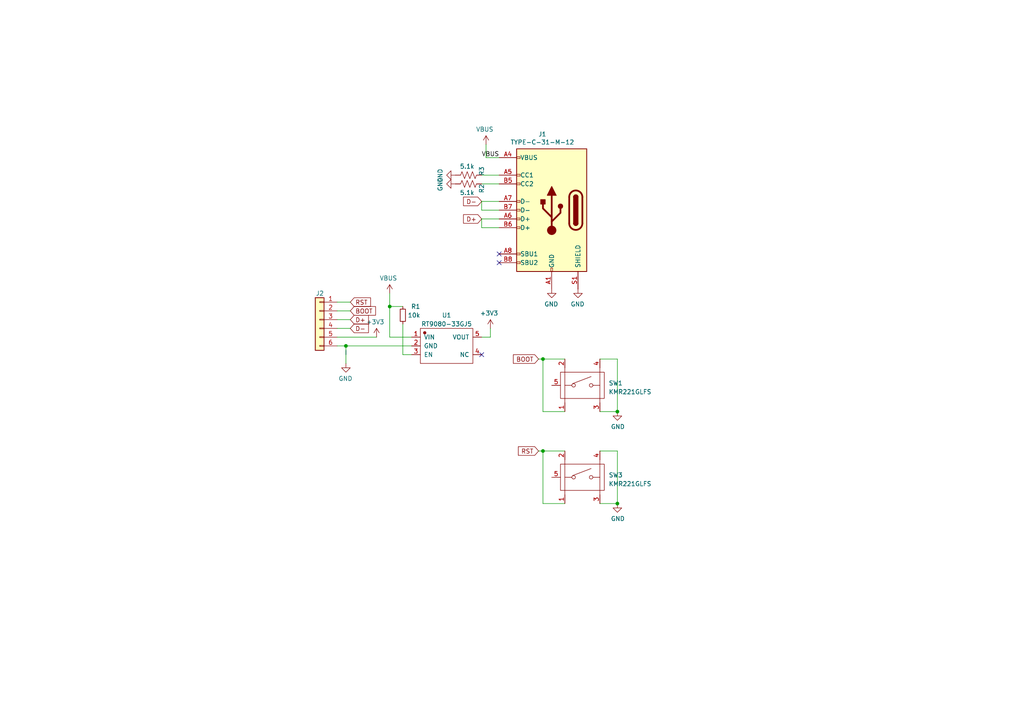
<source format=kicad_sch>
(kicad_sch (version 20230121) (generator eeschema)
  (paper "A4")
  (lib_symbols
    (symbol "Connector_Generic:Conn_01x06" (pin_names (offset 1.016) hide)
      (property "Reference" "J" (at 0 7.62 0))
      (property "Value" "Conn_01x06" (at 0 -10.16 0))
      (symbol "Conn_01x06_1_1"
        (rectangle (start -1.27 -7.493) (end 0 -7.747) (stroke (width 0.1524)))
        (rectangle (start -1.27 -4.953) (end 0 -5.207) (stroke (width 0.1524)))
        (rectangle (start -1.27 -2.413) (end 0 -2.667) (stroke (width 0.1524)))
        (rectangle (start -1.27 0.127) (end 0 -0.127) (stroke (width 0.1524)))
        (rectangle (start -1.27 2.667) (end 0 2.413) (stroke (width 0.1524)))
        (rectangle (start -1.27 5.207) (end 0 4.953) (stroke (width 0.1524)))
        (rectangle (start -1.27 6.35) (end 1.27 -8.89) (stroke (width 0.254)) (fill (type background)))
        (pin passive line (at -5.08 5.08 0) (length 3.81) (name "Pin_1") (number "1"))
        (pin passive line (at -5.08 2.54 0) (length 3.81) (name "Pin_2") (number "2"))
        (pin passive line (at -5.08 0 0) (length 3.81) (name "Pin_3") (number "3"))
        (pin passive line (at -5.08 -2.54 0) (length 3.81) (name "Pin_4") (number "4"))
        (pin passive line (at -5.08 -5.08 0) (length 3.81) (name "Pin_5") (number "5"))
        (pin passive line (at -5.08 -7.62 0) (length 3.81) (name "Pin_6") (number "6"))
      )
    )
    (symbol "Device:R_US" (pin_numbers hide) (pin_names (offset 0))
      (property "Reference" "R" (at 2.54 0 90))
      (property "Value" "R_US" (at -2.54 0 90))
      (symbol "R_US_0_1"
        (polyline (pts (xy 0 -2.286) (xy 0 -2.54)))
        (polyline (pts (xy 0 2.286) (xy 0 2.54)))
        (polyline (pts (xy 0 -0.762) (xy 1.016 -1.143) (xy 0 -1.524) (xy -1.016 -1.905) (xy 0 -2.286)))
        (polyline (pts (xy 0 0.762) (xy 1.016 0.381) (xy 0 0) (xy -1.016 -0.381) (xy 0 -0.762)))
        (polyline (pts (xy 0 2.286) (xy 1.016 1.905) (xy 0 1.524) (xy -1.016 1.143) (xy 0 0.762)))
      )
      (symbol "R_US_1_1"
        (pin passive line (at 0 3.81 270) (length 1.27) (name "~") (number "1"))
        (pin passive line (at 0 -3.81 90) (length 1.27) (name "~") (number "2"))
      )
    )
    (symbol "ESP32+TFT-rescue:USB_C_Receptacle_USB2.0-M9J_Connectors-ESP32+TFT-rescue" (pin_names (offset 1.016))
      (property "Reference" "J" (at -10.16 19.05 0))
      (property "Value" "USB_C_Receptacle_USB2.0-M9J_Connectors-ESP32+TFT-rescue" (at 19.05 19.05 0))
      (symbol "USB_C_Receptacle_USB2.0-M9J_Connectors-ESP32+TFT-rescue_0_0"
        (rectangle (start -0.254 -17.78) (end 0.254 -16.764))
        (rectangle (start 10.16 -14.986) (end 9.144 -15.494))
        (rectangle (start 10.16 -12.446) (end 9.144 -12.954))
        (rectangle (start 10.16 -4.826) (end 9.144 -5.334))
        (rectangle (start 10.16 -2.286) (end 9.144 -2.794))
        (rectangle (start 10.16 0.254) (end 9.144 -0.254))
        (rectangle (start 10.16 2.794) (end 9.144 2.286))
        (rectangle (start 10.16 7.874) (end 9.144 7.366))
        (rectangle (start 10.16 10.414) (end 9.144 9.906))
        (rectangle (start 10.16 15.494) (end 9.144 14.986))
      )
      (symbol "USB_C_Receptacle_USB2.0-M9J_Connectors-ESP32+TFT-rescue_0_1"
        (rectangle (start -10.16 17.78) (end 10.16 -17.78) (stroke (width 0.254)) (fill (type background)))
        (arc (start -8.89 -3.81) (mid -6.985 -5.7067) (end -5.08 -3.81) (stroke (width 0.508)))
        (arc (start -7.62 -3.81) (mid -6.985 -4.4423) (end -6.35 -3.81) (stroke (width 0.254)))
        (arc (start -7.62 -3.81) (mid -6.985 -4.4423) (end -6.35 -3.81) (stroke (width 0.254)) (fill (type outline)))
        (rectangle (start -7.62 -3.81) (end -6.35 3.81) (stroke (width 0.254)) (fill (type outline)))
        (arc (start -6.35 3.81) (mid -6.985 4.4423) (end -7.62 3.81) (stroke (width 0.254)))
        (arc (start -6.35 3.81) (mid -6.985 4.4423) (end -7.62 3.81) (stroke (width 0.254)) (fill (type outline)))
        (arc (start -5.08 3.81) (mid -6.985 5.7067) (end -8.89 3.81) (stroke (width 0.508)))
        (circle (center -2.54 1.143) (radius 0.635) (stroke (width 0.254)) (fill (type outline)))
        (circle (center 0 -5.842) (radius 1.27) (fill (type outline)))
        (polyline (pts (xy -8.89 -3.81) (xy -8.89 3.81)) (stroke (width 0.508)))
        (polyline (pts (xy -5.08 3.81) (xy -5.08 -3.81)) (stroke (width 0.508)))
        (polyline (pts (xy 0 -5.842) (xy 0 4.318)) (stroke (width 0.508)))
        (polyline (pts (xy 0 -3.302) (xy -2.54 -0.762) (xy -2.54 0.508)) (stroke (width 0.508)))
        (polyline (pts (xy 0 -2.032) (xy 2.54 0.508) (xy 2.54 1.778)) (stroke (width 0.508)))
        (polyline (pts (xy -1.27 4.318) (xy 0 6.858) (xy 1.27 4.318) (xy -1.27 4.318)) (stroke (width 0.254)) (fill (type outline)))
        (rectangle (start 1.905 1.778) (end 3.175 3.048) (stroke (width 0.254)) (fill (type outline)))
      )
      (symbol "USB_C_Receptacle_USB2.0-M9J_Connectors-ESP32+TFT-rescue_1_1"
        (pin passive line (at 0 -22.86 90) (length 5.08) (name "GND") (number "A1"))
        (pin passive line (at 0 -22.86 90) (length 5.08) hide (name "GND") (number "A12"))
        (pin passive line (at 15.24 15.24 180) (length 5.08) (name "VBUS") (number "A4"))
        (pin bidirectional line (at 15.24 10.16 180) (length 5.08) (name "CC1") (number "A5"))
        (pin bidirectional line (at 15.24 -2.54 180) (length 5.08) (name "D+") (number "A6"))
        (pin bidirectional line (at 15.24 2.54 180) (length 5.08) (name "D-") (number "A7"))
        (pin bidirectional line (at 15.24 -12.7 180) (length 5.08) (name "SBU1") (number "A8"))
        (pin passive line (at 15.24 15.24 180) (length 5.08) hide (name "VBUS") (number "A9"))
        (pin bidirectional line (at 15.24 7.62 180) (length 5.08) (name "CC2") (number "B5"))
        (pin bidirectional line (at 15.24 -5.08 180) (length 5.08) (name "D+") (number "B6"))
        (pin bidirectional line (at 15.24 0 180) (length 5.08) (name "D-") (number "B7"))
        (pin bidirectional line (at 15.24 -15.24 180) (length 5.08) (name "SBU2") (number "B8"))
        (pin passive line (at -7.62 -22.86 90) (length 5.08) (name "SHIELD") (number "S1"))
      )
    )
    (symbol "jlcpcb-basic-resistor-0402:10k"
      (property "Reference" "R" (at 0.762 0.508 0))
      (property "Value" "10k" (at 0.762 -1.016 0))
      (symbol "10k_0_0"
        (rectangle (start -0.762 1.778) (end 0.762 -1.778) (stroke (width 0.2032)))
        (pin passive line (at 0 2.54 270) (length 0.762) (name "~") (number "1"))
        (pin passive line (at 0 -2.54 90) (length 0.762) (name "~") (number "2"))
      )
    )
    (symbol "kicad_lceda:KMR221GLFS" (pin_names (offset 1.016) hide)
      (property "Reference" "SW" (at 0 10.668 0))
      (property "Value" "KMR221GLFS" (at 0 15.748 0))
      (symbol "KMR221GLFS_1_1"
        (rectangle (start -3.81 5.08) (end 3.81 -7.62) (stroke (width 0.1524)))
        (circle (center 0 -3.81) (radius 0.508) (stroke (width 0.1524)))
        (polyline (pts (xy 0 -4.318) (xy 0 -6.35)) (stroke (width 0.1524)))
        (polyline (pts (xy 0 1.778) (xy 0 3.81)) (stroke (width 0.1524)))
        (polyline (pts (xy 0.508 1.524) (xy 2.54 -3.81)) (stroke (width 0.1524)))
        (polyline (pts (xy 5.08 -6.35) (xy -5.08 -6.35)) (stroke (width 0.1524)))
        (polyline (pts (xy 5.08 3.81) (xy -5.08 3.81)) (stroke (width 0.1524)))
        (circle (center 0 1.27) (radius 0.508) (stroke (width 0.1524)))
        (pin input line (at -7.62 3.81 0) (length 2.54) (name "1") (number "1"))
        (pin input line (at 7.62 3.81 180) (length 2.54) (name "2") (number "2"))
        (pin input line (at -7.62 -6.35 0) (length 2.54) (name "3") (number "3"))
        (pin input line (at 7.62 -6.35 180) (length 2.54) (name "4") (number "4"))
        (pin input line (at 0 7.62 270) (length 2.54) (name "5") (number "5"))
      )
    )
    (symbol "kicad_lceda:RT9080-33GJ5" (pin_names (offset 1.016))
      (property "Reference" "U" (at 0 7.6962 0))
      (property "Value" "RT9080-33GJ5" (at 0 12.7762 0))
      (symbol "RT9080-33GJ5_1_1"
        (rectangle (start -7.62 5.08) (end 7.62 -5.08) (stroke (width 0.1524)))
        (circle (center -6.35 3.81) (radius 0.381) (stroke (width 0.1524)) (fill (type outline)))
        (pin input line (at -10.16 2.54 0) (length 2.54) (name "VIN") (number "1"))
        (pin input line (at -10.16 0 0) (length 2.54) (name "GND") (number "2"))
        (pin input line (at -10.16 -2.54 0) (length 2.54) (name "EN") (number "3"))
        (pin input line (at 10.16 -2.54 180) (length 2.54) (name "NC") (number "4"))
        (pin input line (at 10.16 2.54 180) (length 2.54) (name "VOUT") (number "5"))
      )
    )
    (symbol "power:+3V3" (power) (pin_names (offset 0))
      (property "Value" "+3V3" (at 0 3.556 0))
      (symbol "+3V3_0_1"
        (polyline (pts (xy -0.762 1.27) (xy 0 2.54)))
        (polyline (pts (xy 0 0) (xy 0 2.54)))
        (polyline (pts (xy 0 2.54) (xy 0.762 1.27)))
      )
      (symbol "+3V3_1_1"
        (pin power_in line (at 0 0 90) (length 0) hide (name "+3V3") (number "1"))
      )
    )
    (symbol "power:GND" (power) (pin_names (offset 0))
      (property "Value" "GND" (at 0 -3.81 0))
      (symbol "GND_0_1"
        (polyline (pts (xy 0 0) (xy 0 -1.27) (xy 1.27 -1.27) (xy 0 -2.54) (xy -1.27 -1.27) (xy 0 -1.27)))
      )
      (symbol "GND_1_1"
        (pin power_in line (at 0 0 270) (length 0) hide (name "GND") (number "1"))
      )
    )
    (symbol "power:VBUS" (power) (pin_names (offset 0))
      (property "Value" "VBUS" (at 0 3.81 0))
      (symbol "VBUS_0_1"
        (polyline (pts (xy -0.762 1.27) (xy 0 2.54)))
        (polyline (pts (xy 0 0) (xy 0 2.54)))
        (polyline (pts (xy 0 2.54) (xy 0.762 1.27)))
      )
      (symbol "VBUS_1_1"
        (pin power_in line (at 0 0 90) (length 0) hide (name "VBUS") (number "1"))
      )
    )
  )
  (junction (at 179.07 146.05))
  (junction (at 157.48 104.14))
  (junction (at 113.03 88.9))
  (junction (at 179.07 119.38))
  (junction (at 100.33 100.33))
  (junction (at 157.48 130.81))
  (no_connect (at 139.7 102.87))
  (no_connect (at 144.78 73.66))
  (no_connect (at 144.78 76.2))
  (wire (pts (xy 163.83 146.05) (xy 157.48 146.05)))
  (wire (pts (xy 113.03 88.9) (xy 113.03 97.79)))
  (wire (pts (xy 157.48 119.38) (xy 157.48 104.14)))
  (wire (pts (xy 144.78 45.72) (xy 140.97 45.72)))
  (wire (pts (xy 163.83 119.38) (xy 157.48 119.38)))
  (wire (pts (xy 100.33 105.41) (xy 100.33 100.33)))
  (wire (pts (xy 109.22 97.79) (xy 97.79 97.79)))
  (wire (pts (xy 139.7 50.8) (xy 144.78 50.8)))
  (wire (pts (xy 144.78 63.5) (xy 139.7 63.5)))
  (wire (pts (xy 97.79 92.71) (xy 101.6 92.71)))
  (wire (pts (xy 156.21 104.14) (xy 157.48 104.14)))
  (wire (pts (xy 157.48 146.05) (xy 157.48 130.81)))
  (wire (pts (xy 179.07 104.14) (xy 179.07 119.38)))
  (wire (pts (xy 179.07 130.81) (xy 179.07 146.05)))
  (wire (pts (xy 97.79 95.25) (xy 101.6 95.25)))
  (wire (pts (xy 173.99 146.05) (xy 179.07 146.05)))
  (wire (pts (xy 156.21 130.81) (xy 157.48 130.81)))
  (wire (pts (xy 113.03 85.09) (xy 113.03 88.9)))
  (wire (pts (xy 142.24 95.25) (xy 142.24 97.79)))
  (wire (pts (xy 157.48 130.81) (xy 163.83 130.81)))
  (wire (pts (xy 116.84 88.9) (xy 113.03 88.9)))
  (wire (pts (xy 97.79 87.63) (xy 101.6 87.63)))
  (wire (pts (xy 139.7 58.42) (xy 139.7 60.96)))
  (wire (pts (xy 142.24 97.79) (xy 139.7 97.79)))
  (polyline (pts (xy 100.33 102.87) (xy 100.33 101.6)))
  (wire (pts (xy 116.84 102.87) (xy 119.38 102.87)))
  (wire (pts (xy 173.99 119.38) (xy 179.07 119.38)))
  (wire (pts (xy 119.38 97.79) (xy 113.03 97.79)))
  (wire (pts (xy 116.84 93.98) (xy 116.84 102.87)))
  (wire (pts (xy 157.48 104.14) (xy 163.83 104.14)))
  (wire (pts (xy 119.38 100.33) (xy 100.33 100.33)))
  (wire (pts (xy 139.7 60.96) (xy 144.78 60.96)))
  (wire (pts (xy 139.7 53.34) (xy 144.78 53.34)))
  (wire (pts (xy 173.99 130.81) (xy 179.07 130.81)))
  (wire (pts (xy 173.99 104.14) (xy 179.07 104.14)))
  (wire (pts (xy 139.7 63.5) (xy 139.7 66.04)))
  (wire (pts (xy 97.79 90.17) (xy 101.6 90.17)))
  (wire (pts (xy 97.79 100.33) (xy 100.33 100.33)))
  (wire (pts (xy 144.78 58.42) (xy 139.7 58.42)))
  (wire (pts (xy 139.7 66.04) (xy 144.78 66.04)))
  (wire (pts (xy 140.97 45.72) (xy 140.97 41.91)))
  (label "VBUS" (at 144.78 45.72 180))
  (global_label "D+" (shape input) (at 139.7 63.5 180) (property "Intersheetrefs" "${INTERSHEET_REFS}" (effects hide)))
  (global_label "RST" (shape input) (at 101.6 87.63 0) (property "Intersheetrefs" "${INTERSHEET_REFS}" (effects hide)))
  (global_label "D-" (shape input) (at 139.7 58.42 180) (property "Intersheetrefs" "${INTERSHEET_REFS}" (effects hide)))
  (global_label "D+" (shape input) (at 101.6 92.71 0) (property "Intersheetrefs" "${INTERSHEET_REFS}" (effects hide)))
  (global_label "D-" (shape input) (at 101.6 95.25 0) (property "Intersheetrefs" "${INTERSHEET_REFS}" (effects hide)))
  (global_label "RST" (shape input) (at 156.21 130.81 180) (property "Intersheetrefs" "${INTERSHEET_REFS}" (effects hide)))
  (global_label "BOOT" (shape input) (at 156.21 104.14 180) (property "Intersheetrefs" "${INTERSHEET_REFS}" (effects hide)))
  (global_label "BOOT" (shape input) (at 101.6 90.17 0) (property "Intersheetrefs" "${INTERSHEET_REFS}" (effects hide)))
  (symbol (lib_id "power:GND") (at 167.64 83.82 0) (mirror y) (unit 1)
    (property "Reference" "#PWR03" (effects hide))
    (property "Value" "GND" (at 167.513 88.2142 0))
  )
  (symbol (lib_id "power:GND") (at 160.02 83.82 0) (mirror y) (unit 1)
    (property "Reference" "#PWR05" (effects hide))
    (property "Value" "GND" (at 159.893 88.2142 0))
  )
  (symbol (lib_id "power:VBUS") (at 140.97 41.91 0) (mirror y) (unit 1)
    (property "Reference" "#PWR07" (effects hide))
    (property "Value" "VBUS" (at 140.589 37.5158 0))
  )
  (symbol (lib_id "ESP32+TFT-rescue:USB_C_Receptacle_USB2.0-M9J_Connectors-ESP32+TFT-rescue") (at 160.02 60.96 0) (mirror y) (unit 1)
    (property "Reference" "J1" (at 157.3022 38.9382 0))
    (property "Value" "TYPE-C-31-M-12" (at 157.3022 41.2496 0))
    (property "Footprint" "kicad_lceda:USB_TYPE-C" (effects hide))
    (property "Datasheet" "https://www.usb.org/sites/default/files/documents/usb_type-c.zip" (effects hide))
    (property "LCSC" "C165948" (effects hide))
  )
  (symbol (lib_id "power:GND") (at 179.07 146.05 0) (unit 1)
    (property "Reference" "#PWR027" (effects hide))
    (property "Value" "GND" (at 179.197 150.4442 0))
  )
  (symbol (lib_id "Connector_Generic:Conn_01x06") (at 92.71 92.71 0) (mirror y) (unit 1)
    (property "Reference" "J2" (at 93.98 85.09 0) (effects (justify left)))
    (property "Value" "Conn_01x06" (effects hide))
    (property "Footprint" "kicad_lceda:ProgPinsHoles_1x06_P1.27mm" (effects hide))
    (property "JLCPCB" "C37208" (effects hide))
    (property "LCSC" "C37208" (effects hide))
  )
  (symbol (lib_id "power:GND") (at 179.07 119.38 0) (unit 1)
    (property "Reference" "#PWR02" (effects hide))
    (property "Value" "GND" (at 179.197 123.7742 0))
  )
  (symbol (lib_id "jlcpcb-basic-resistor-0402:10k") (at 116.84 91.44 0) (mirror y) (unit 1)
    (property "Reference" "R1" (at 121.92 88.9 0) (effects (justify left)))
    (property "Value" "10k" (at 121.92 91.44 0) (effects (justify left)))
    (property "Footprint" "R_0402_1005Metric" (effects hide))
    (property "Datasheet" "https://datasheet.lcsc.com/lcsc/2110260030_UNI-ROYAL-Uniroyal-Elec-0402WGF1002TCE_C25744.pdf" (effects hide))
    (property "LCSC" "C25744" (effects hide))
    (property "MFG" "UNI-ROYAL(Uniroyal Elec)" (effects hide))
    (property "MFGPN" "0402WGF1002TCE" (effects hide))
  )
  (symbol (lib_id "kicad_lceda:RT9080-33GJ5") (at 129.54 100.33 0) (unit 1)
    (property "Reference" "U1" (at 129.54 91.44 0))
    (property "Value" "RT9080-33GJ5" (at 129.54 93.98 0))
    (property "Footprint" "kicad_lceda:TSOT-23-5_L2.9-W1.6-P0.95-LS2.8-BL" (effects hide))
    (property "Datasheet" "http://www.szlcsc.com/product/details_897967.html" (effects hide))
    (property "SuppliersPartNumber" "C841192" (effects hide))
    (property "uuid" "std:9938d187a217410b9da3aa34461b4a4d" (effects hide))
    (property "LCSC" "C841192" (effects hide))
  )
  (symbol (lib_id "power:+3V3") (at 142.24 95.25 0) (mirror y) (unit 1)
    (property "Reference" "#PWR06" (effects hide))
    (property "Value" "+3V3" (at 141.859 90.8558 0))
  )
  (symbol (lib_id "power:VBUS") (at 113.03 85.09 0) (mirror y) (unit 1)
    (property "Reference" "#PWR01" (effects hide))
    (property "Value" "VBUS" (at 112.649 80.6958 0))
  )
  (symbol (lib_id "power:+3V3") (at 109.22 97.79 0) (mirror y) (unit 1)
    (property "Reference" "#PWR09" (effects hide))
    (property "Value" "+3V3" (at 108.839 93.3958 0))
  )
  (symbol (lib_id "Device:R_US") (at 135.89 50.8 270) (unit 1)
    (property "Reference" "R3" (at 139.7 48.26 0) (effects (justify left)))
    (property "Value" "5.1k" (at 133.35 48.26 90) (effects (justify left)))
    (property "Footprint" "Resistor_SMD:R_0402_1005Metric" (effects hide))
  )
  (symbol (lib_id "power:GND") (at 132.08 53.34 270) (unit 1)
    (property "Reference" "#PWR08" (effects hide))
    (property "Value" "GND" (at 127.6858 53.467 0))
  )
  (symbol (lib_id "power:GND") (at 132.08 50.8 270) (unit 1)
    (property "Reference" "#PWR04" (effects hide))
    (property "Value" "GND" (at 127.6858 50.927 0))
  )
  (symbol (lib_id "Device:R_US") (at 135.89 53.34 270) (unit 1)
    (property "Reference" "R2" (at 139.7 53.34 0) (effects (justify left)))
    (property "Value" "5.1k" (at 133.35 55.88 90) (effects (justify left)))
    (property "Footprint" "Resistor_SMD:R_0402_1005Metric" (effects hide))
  )
  (symbol (lib_id "kicad_lceda:KMR221GLFS") (at 167.64 138.43 90) (unit 1)
    (property "Reference" "SW3" (at 176.53 137.795 90) (effects (justify right)))
    (property "Value" "KMR221GLFS" (at 176.53 140.335 90) (effects (justify right)))
    (property "Footprint" "kicad_lceda:KEY-SMD_KMR2XXGXXX" (effects hide))
    (property "Datasheet" "http://www.szlcsc.com/product/details_73554.html" (effects hide))
    (property "SuppliersPartNumber" "C72443" (effects hide))
    (property "uuid" "std:b84725f739cc4b4d815f6259316978a4" (effects hide))
    (property "LCSC" "C72443" (effects hide))
  )
  (symbol (lib_id "power:GND") (at 100.33 105.41 0) (mirror y) (unit 1)
    (property "Reference" "#PWR010" (effects hide))
    (property "Value" "GND" (at 100.203 109.8042 0))
  )
  (symbol (lib_id "kicad_lceda:KMR221GLFS") (at 167.64 111.76 90) (unit 1)
    (property "Reference" "SW1" (at 176.53 111.125 90) (effects (justify right)))
    (property "Value" "KMR221GLFS" (at 176.53 113.665 90) (effects (justify right)))
    (property "Footprint" "kicad_lceda:KEY-SMD_KMR2XXGXXX" (effects hide))
    (property "Datasheet" "http://www.szlcsc.com/product/details_73554.html" (effects hide))
    (property "SuppliersPartNumber" "C72443" (effects hide))
    (property "uuid" "std:b84725f739cc4b4d815f6259316978a4" (effects hide))
    (property "LCSC" "C72443" (effects hide))
  )
)
</source>
